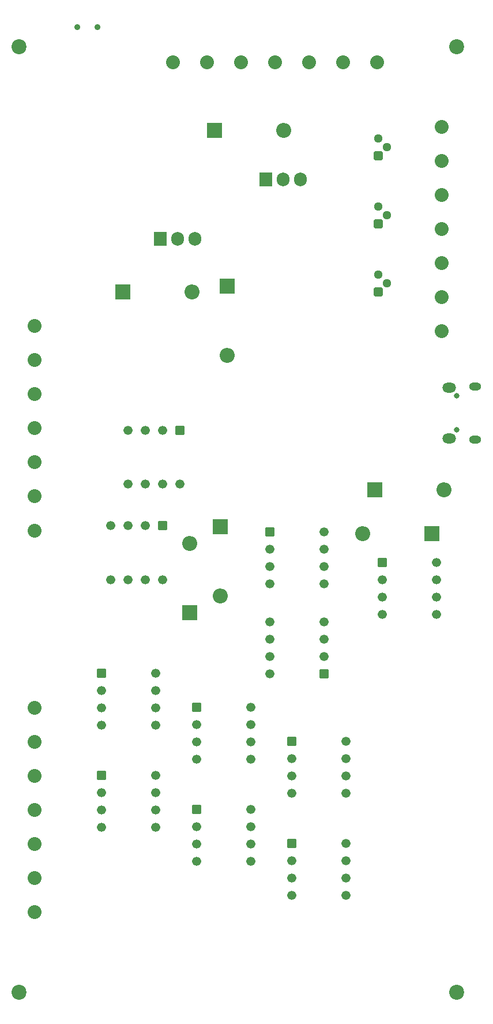
<source format=gbs>
G04 #@! TF.GenerationSoftware,KiCad,Pcbnew,7.0.8*
G04 #@! TF.CreationDate,2023-10-29T23:59:44-04:00*
G04 #@! TF.ProjectId,SeniorDesign,53656e69-6f72-4446-9573-69676e2e6b69,rev?*
G04 #@! TF.SameCoordinates,Original*
G04 #@! TF.FileFunction,Soldermask,Bot*
G04 #@! TF.FilePolarity,Negative*
%FSLAX46Y46*%
G04 Gerber Fmt 4.6, Leading zero omitted, Abs format (unit mm)*
G04 Created by KiCad (PCBNEW 7.0.8) date 2023-10-29 23:59:44*
%MOMM*%
%LPD*%
G01*
G04 APERTURE LIST*
G04 Aperture macros list*
%AMRoundRect*
0 Rectangle with rounded corners*
0 $1 Rounding radius*
0 $2 $3 $4 $5 $6 $7 $8 $9 X,Y pos of 4 corners*
0 Add a 4 corners polygon primitive as box body*
4,1,4,$2,$3,$4,$5,$6,$7,$8,$9,$2,$3,0*
0 Add four circle primitives for the rounded corners*
1,1,$1+$1,$2,$3*
1,1,$1+$1,$4,$5*
1,1,$1+$1,$6,$7*
1,1,$1+$1,$8,$9*
0 Add four rect primitives between the rounded corners*
20,1,$1+$1,$2,$3,$4,$5,0*
20,1,$1+$1,$4,$5,$6,$7,0*
20,1,$1+$1,$6,$7,$8,$9,0*
20,1,$1+$1,$8,$9,$2,$3,0*%
G04 Aperture macros list end*
%ADD10C,2.200000*%
%ADD11R,1.905000X2.000000*%
%ADD12O,1.905000X2.000000*%
%ADD13C,2.032000*%
%ADD14RoundRect,0.102000X-0.565000X0.565000X-0.565000X-0.565000X0.565000X-0.565000X0.565000X0.565000X0*%
%ADD15C,1.334000*%
%ADD16RoundRect,0.102000X-0.565000X-0.565000X0.565000X-0.565000X0.565000X0.565000X-0.565000X0.565000X0*%
%ADD17C,0.900000*%
%ADD18R,2.200000X2.200000*%
%ADD19O,2.200000X2.200000*%
%ADD20RoundRect,0.102000X0.540000X-0.540000X0.540000X0.540000X-0.540000X0.540000X-0.540000X-0.540000X0*%
%ADD21C,1.284000*%
%ADD22RoundRect,0.102000X0.565000X0.565000X-0.565000X0.565000X-0.565000X-0.565000X0.565000X-0.565000X0*%
%ADD23O,0.800000X0.800000*%
%ADD24O,1.800000X1.150000*%
%ADD25O,2.000000X1.450000*%
G04 APERTURE END LIST*
D10*
X89000000Y-162750000D03*
D11*
X60985000Y-43445000D03*
D12*
X63525000Y-43445000D03*
X66065000Y-43445000D03*
D13*
X27025000Y-121000000D03*
X27025000Y-126000000D03*
X27025000Y-131000001D03*
X27025000Y-136000001D03*
X27025000Y-141000001D03*
X27025000Y-146000001D03*
X27025000Y-151000001D03*
D14*
X48335000Y-80280000D03*
D15*
X45795000Y-80280000D03*
X43255000Y-80280000D03*
X40715000Y-80280000D03*
X40715000Y-88220000D03*
X43255000Y-88220000D03*
X45795000Y-88220000D03*
X48335000Y-88220000D03*
D16*
X64805000Y-125940000D03*
D15*
X64805000Y-128480000D03*
X64805000Y-131020000D03*
X64805000Y-133560000D03*
X72745000Y-133560000D03*
X72745000Y-131020000D03*
X72745000Y-128480000D03*
X72745000Y-125940000D03*
D16*
X50805000Y-120940000D03*
D15*
X50805000Y-123480000D03*
X50805000Y-126020000D03*
X50805000Y-128560000D03*
X58745000Y-128560000D03*
X58745000Y-126020000D03*
X58745000Y-123480000D03*
X58745000Y-120940000D03*
D17*
X36250000Y-21145000D03*
X33250000Y-21145000D03*
D16*
X36805000Y-115940000D03*
D15*
X36805000Y-118480000D03*
X36805000Y-121020000D03*
X36805000Y-123560000D03*
X44745000Y-123560000D03*
X44745000Y-121020000D03*
X44745000Y-118480000D03*
X44745000Y-115940000D03*
D16*
X61555000Y-95190000D03*
D15*
X61555000Y-97730000D03*
X61555000Y-100270000D03*
X61555000Y-102810000D03*
X69495000Y-102810000D03*
X69495000Y-100270000D03*
X69495000Y-97730000D03*
X69495000Y-95190000D03*
D11*
X45485000Y-52195000D03*
D12*
X48025000Y-52195000D03*
X50565000Y-52195000D03*
D18*
X53445000Y-36250000D03*
D19*
X63605000Y-36250000D03*
D16*
X50805000Y-135940000D03*
D15*
X50805000Y-138480000D03*
X50805000Y-141020000D03*
X50805000Y-143560000D03*
X58745000Y-143560000D03*
X58745000Y-141020000D03*
X58745000Y-138480000D03*
X58745000Y-135940000D03*
D20*
X77500000Y-40020000D03*
D21*
X78770000Y-38750000D03*
X77500000Y-37480000D03*
D18*
X76945000Y-89000000D03*
D19*
X87105000Y-89000000D03*
D16*
X36805000Y-130940000D03*
D15*
X36805000Y-133480000D03*
X36805000Y-136020000D03*
X36805000Y-138560000D03*
X44745000Y-138560000D03*
X44745000Y-136020000D03*
X44745000Y-133480000D03*
X44745000Y-130940000D03*
D13*
X47308399Y-26250000D03*
X52308399Y-26250000D03*
X57308400Y-26250000D03*
X62308400Y-26250000D03*
X67308400Y-26250000D03*
X72308400Y-26250000D03*
X77308400Y-26250000D03*
D20*
X77500000Y-60020000D03*
D21*
X78770000Y-58750000D03*
X77500000Y-57480000D03*
D16*
X64805000Y-140940000D03*
D15*
X64805000Y-143480000D03*
X64805000Y-146020000D03*
X64805000Y-148560000D03*
X72745000Y-148560000D03*
X72745000Y-146020000D03*
X72745000Y-143480000D03*
X72745000Y-140940000D03*
D22*
X69495000Y-116060000D03*
D15*
X69495000Y-113520000D03*
X69495000Y-110980000D03*
X69495000Y-108440000D03*
X61555000Y-108440000D03*
X61555000Y-110980000D03*
X61555000Y-113520000D03*
X61555000Y-116060000D03*
D14*
X45835000Y-94280000D03*
D15*
X43295000Y-94280000D03*
X40755000Y-94280000D03*
X38215000Y-94280000D03*
X38215000Y-102220000D03*
X40755000Y-102220000D03*
X43295000Y-102220000D03*
X45835000Y-102220000D03*
D18*
X39945000Y-60000000D03*
D19*
X50105000Y-60000000D03*
D10*
X24750000Y-162750000D03*
D16*
X78055000Y-99690000D03*
D15*
X78055000Y-102230000D03*
X78055000Y-104770000D03*
X78055000Y-107310000D03*
X85995000Y-107310000D03*
X85995000Y-104770000D03*
X85995000Y-102230000D03*
X85995000Y-99690000D03*
D23*
X88945000Y-80250000D03*
X88945000Y-75250000D03*
D24*
X91695000Y-81625000D03*
D25*
X87895000Y-81475000D03*
X87895000Y-74025000D03*
D24*
X91695000Y-73875000D03*
D10*
X24750000Y-24000000D03*
D18*
X49750000Y-107080000D03*
D19*
X49750000Y-96920000D03*
D13*
X86775000Y-65750001D03*
X86775000Y-60750001D03*
X86775000Y-55750000D03*
X86775000Y-50750000D03*
X86775000Y-45750000D03*
X86775000Y-40750000D03*
X86775000Y-35750000D03*
D20*
X77500000Y-50020000D03*
D21*
X78770000Y-48750000D03*
X77500000Y-47480000D03*
D18*
X85355000Y-95500000D03*
D19*
X75195000Y-95500000D03*
D13*
X27025000Y-65000000D03*
X27025000Y-70000000D03*
X27025000Y-75000001D03*
X27025000Y-80000001D03*
X27025000Y-85000001D03*
X27025000Y-90000001D03*
X27025000Y-95000001D03*
D10*
X89000000Y-24000000D03*
D18*
X54250000Y-94420000D03*
D19*
X54250000Y-104580000D03*
D18*
X55250000Y-59170000D03*
D19*
X55250000Y-69330000D03*
M02*

</source>
